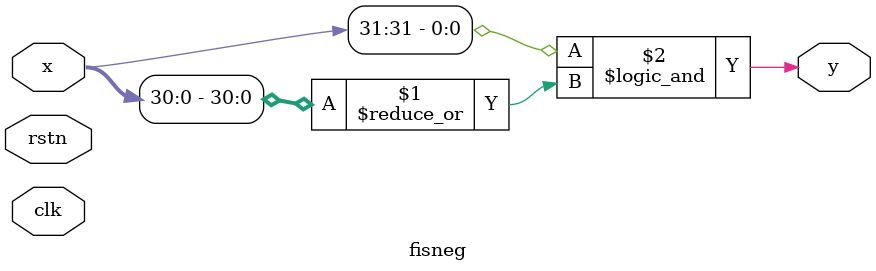
<source format=v>
`default_nettype none

module fiszero (
    input wire [31:0] x,
    output wire y,
    input wire clk,
    input wire rstn);

assign y = ~(|x[30:0]);
endmodule

module fispos (
    input wire [31:0] x,
    output wire y,
    input wire clk,
    input wire rstn);

assign y = (~x[31] && |x);
endmodule

module fisneg (
    input wire [31:0] x,
    output wire y,
    input wire clk,
    input wire rstn);

assign y = (x[31] && |x[30:0]);
endmodule

`default_nettype wire
</source>
